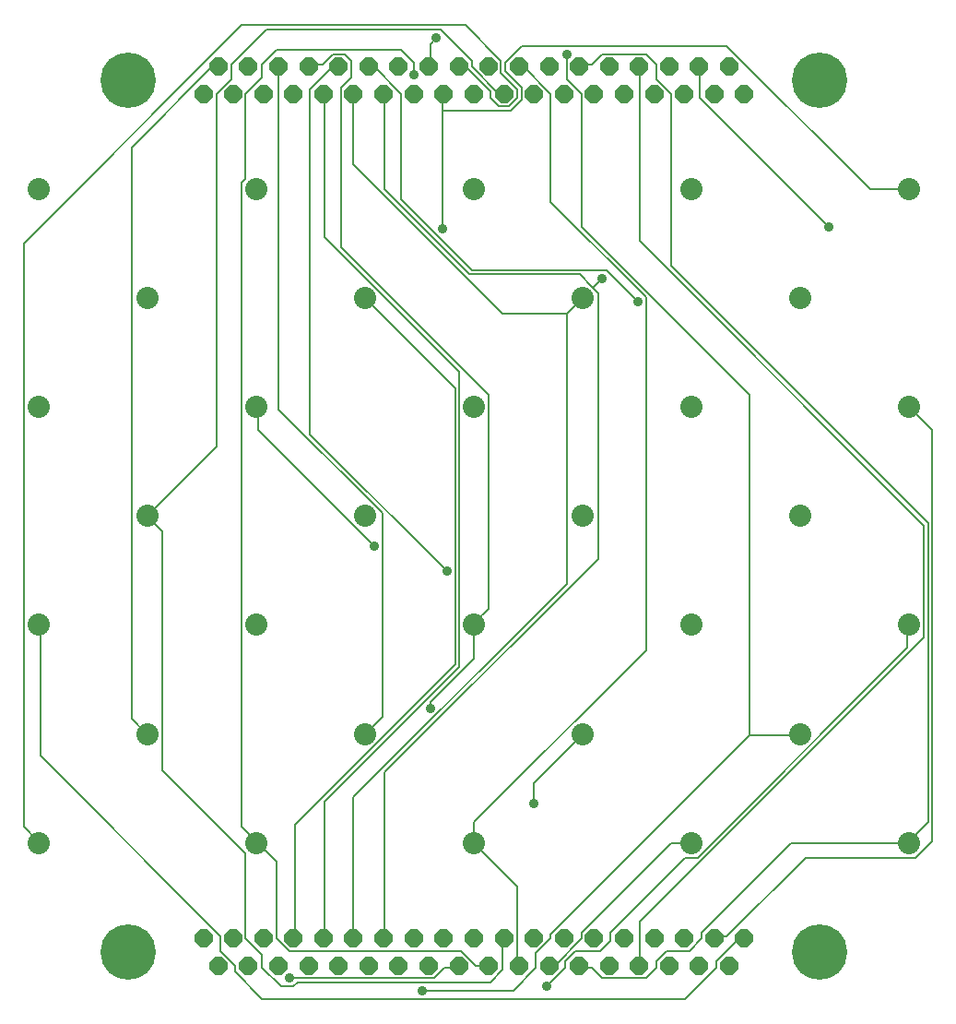
<source format=gbr>
G04 EAGLE Gerber RS-274X export*
G75*
%MOMM*%
%FSLAX34Y34*%
%LPD*%
%INBottom Copper*%
%IPPOS*%
%AMOC8*
5,1,8,0,0,1.08239X$1,22.5*%
G01*
%ADD10P,1.759533X8X22.500000*%
%ADD11C,5.080000*%
%ADD12C,2.032000*%
%ADD13C,0.177800*%
%ADD14C,0.889000*%


D10*
X248412Y-487300D03*
X220726Y-487300D03*
X193294Y-487300D03*
X165608Y-487300D03*
X137922Y-487300D03*
X110490Y-487300D03*
X82804Y-487300D03*
X55118Y-487300D03*
X27686Y-487300D03*
X0Y-487300D03*
X-27686Y-487300D03*
X-55118Y-487300D03*
X-82804Y-487300D03*
X234696Y-512700D03*
X207010Y-512700D03*
X179324Y-512700D03*
X151892Y-512700D03*
X124206Y-512700D03*
X96520Y-512700D03*
X69088Y-512700D03*
X41402Y-512700D03*
X13716Y-512700D03*
X-13716Y-512700D03*
X-41402Y-512700D03*
X-69088Y-512700D03*
X-110490Y-487300D03*
X-138176Y-487300D03*
X-165608Y-487300D03*
X-193294Y-487300D03*
X-96520Y-512700D03*
X-124206Y-512700D03*
X-151892Y-512700D03*
X-179578Y-512700D03*
X-220980Y-487300D03*
X-248412Y-487300D03*
X-207010Y-512700D03*
X-234696Y-512700D03*
D11*
X-317500Y-500000D03*
X317500Y-500000D03*
D10*
X-248412Y287300D03*
X-220726Y287300D03*
X-193294Y287300D03*
X-165608Y287300D03*
X-137922Y287300D03*
X-110490Y287300D03*
X-82804Y287300D03*
X-55118Y287300D03*
X-27686Y287300D03*
X0Y287300D03*
X27686Y287300D03*
X55118Y287300D03*
X82804Y287300D03*
X-234696Y312700D03*
X-207010Y312700D03*
X-179324Y312700D03*
X-151892Y312700D03*
X-124206Y312700D03*
X-96520Y312700D03*
X-69088Y312700D03*
X-41402Y312700D03*
X-13716Y312700D03*
X13716Y312700D03*
X41402Y312700D03*
X69088Y312700D03*
X110490Y287300D03*
X138176Y287300D03*
X165608Y287300D03*
X193294Y287300D03*
X96774Y312700D03*
X124206Y312700D03*
X151892Y312700D03*
X179578Y312700D03*
X220980Y287300D03*
X248412Y287300D03*
X207010Y312700D03*
X234696Y312700D03*
D11*
X-317500Y300000D03*
X317500Y300000D03*
D12*
X-400000Y200000D03*
X-300000Y100000D03*
X-200000Y200000D03*
X-100000Y100000D03*
X0Y200000D03*
X100000Y100000D03*
X200000Y200000D03*
X300000Y100000D03*
X400000Y200000D03*
X-400000Y0D03*
X-300000Y-100000D03*
X-200000Y0D03*
X-100000Y-100000D03*
X0Y0D03*
X100000Y-100000D03*
X200000Y0D03*
X300000Y-100000D03*
X400000Y0D03*
X-400000Y-200000D03*
X-300000Y-300000D03*
X-200000Y-200000D03*
X-100000Y-300000D03*
X0Y-200000D03*
X100000Y-300000D03*
X200000Y-200000D03*
X300000Y-300000D03*
X400000Y-200000D03*
X-400000Y-400000D03*
X-200000Y-400000D03*
X0Y-400000D03*
X200000Y-400000D03*
X400000Y-400000D03*
D13*
X-137160Y-361950D02*
X-137160Y-485775D01*
X-137160Y-361950D02*
X-13335Y-238125D01*
X-13335Y32385D01*
X-137160Y156210D01*
X-137160Y285750D01*
X-137160Y-485775D02*
X-138176Y-487300D01*
X-137160Y285750D02*
X-137922Y287300D01*
X-81915Y-335280D02*
X-81915Y-485775D01*
X-81915Y-335280D02*
X114300Y-139065D01*
X114300Y104775D01*
X108585Y110490D02*
X97155Y121920D01*
X108585Y110490D02*
X114300Y104775D01*
X97155Y121920D02*
X-3810Y121920D01*
X-81915Y200025D01*
X-81915Y285750D01*
X-81915Y-485775D02*
X-82804Y-487300D01*
X-81915Y285750D02*
X-82804Y287300D01*
X110490Y110490D02*
X118110Y118110D01*
X110490Y110490D02*
X108585Y110490D01*
D14*
X118110Y118110D03*
D13*
X-28575Y272415D02*
X-28575Y285750D01*
X-28575Y272415D02*
X-28575Y163830D01*
X-28575Y285750D02*
X-27686Y287300D01*
X363855Y200025D02*
X398145Y200025D01*
X363855Y200025D02*
X232410Y331470D01*
X43815Y331470D01*
X28575Y316230D01*
X28575Y308610D01*
X43815Y293370D01*
X43815Y281940D01*
X34290Y272415D01*
X-28575Y272415D01*
X398145Y200025D02*
X400000Y200000D01*
D14*
X-28575Y163830D03*
D13*
X26670Y-487680D02*
X26670Y-516255D01*
X15240Y-527685D01*
X-161925Y-527685D01*
X-165735Y-531495D01*
X-177165Y-531495D01*
X-194310Y-514350D01*
X-194310Y-502920D01*
X-209550Y-487680D01*
X-209550Y-409575D01*
X-285750Y-333375D01*
X-285750Y-114300D01*
X-299085Y-100965D01*
X26670Y-487680D02*
X27686Y-487300D01*
X-299085Y-100965D02*
X-300000Y-100000D01*
X22860Y287655D02*
X26670Y287655D01*
X22860Y287655D02*
X-1905Y312420D01*
X-1905Y318135D01*
X-30480Y346710D01*
X-190500Y346710D01*
X-222885Y314325D01*
X-222885Y300990D01*
X-236220Y287655D01*
X-236220Y-36195D01*
X-299085Y-99060D01*
X26670Y287655D02*
X27686Y287300D01*
X-299085Y-99060D02*
X-300000Y-100000D01*
X-398145Y-200025D02*
X-398145Y-320040D01*
X-232410Y-485775D01*
X-232410Y-499110D01*
X-219075Y-512445D01*
X-219075Y-518160D01*
X-194310Y-542925D01*
X194310Y-542925D01*
X222885Y-514350D01*
X222885Y-508635D01*
X243840Y-487680D01*
X247650Y-487680D01*
X-398145Y-200025D02*
X-400000Y-200000D01*
X247650Y-487680D02*
X248412Y-487300D01*
X-163830Y-485775D02*
X-163830Y-382905D01*
X-17145Y-236220D01*
X-17145Y17145D01*
X-100000Y100000D01*
X-163830Y-485775D02*
X-165608Y-487300D01*
X-110490Y-487300D02*
X-110490Y-358140D01*
X85725Y-161925D01*
X85725Y85725D01*
X100000Y100000D01*
X-110490Y222885D02*
X-110490Y287300D01*
X-110490Y222885D02*
X26670Y85725D01*
X85725Y85725D01*
X-91440Y-127635D02*
X-198120Y-20955D01*
X-198120Y0D01*
X-200000Y0D01*
D14*
X-91440Y-127635D03*
D13*
X220980Y-485775D02*
X232410Y-485775D01*
X304800Y-413385D01*
X405765Y-413385D01*
X421005Y-398145D01*
X421005Y-20955D01*
X400050Y0D01*
X220980Y-485775D02*
X220726Y-487300D01*
X400000Y0D02*
X400050Y0D01*
X-236220Y312420D02*
X-240030Y312420D01*
X-314325Y238125D01*
X-314325Y-285750D01*
X-300990Y-299085D01*
X-236220Y312420D02*
X-234696Y312700D01*
X-300990Y-299085D02*
X-300000Y-300000D01*
X-179070Y-1905D02*
X-179070Y312420D01*
X-179070Y-1905D02*
X-83820Y-97155D01*
X-83820Y-283845D01*
X-99060Y-299085D01*
X-179070Y312420D02*
X-179324Y312700D01*
X-99060Y-299085D02*
X-100000Y-300000D01*
X55245Y-344805D02*
X55245Y-363855D01*
X55245Y-344805D02*
X99060Y-300990D01*
X100000Y-300000D01*
X-125730Y312420D02*
X-129540Y312420D01*
X-150495Y291465D01*
X-150495Y-24765D01*
X-24765Y-150495D01*
X-124206Y312700D02*
X-125730Y312420D01*
D14*
X55245Y-363855D03*
X-24765Y-150495D03*
D13*
X-47625Y-535305D02*
X36195Y-535305D01*
X57150Y-514350D01*
X57150Y-501015D01*
X70485Y-487680D01*
X70485Y-483870D01*
X253365Y-300990D01*
X299085Y-300990D01*
X300000Y-300000D01*
X85725Y300990D02*
X85725Y323850D01*
X85725Y300990D02*
X99060Y287655D01*
X99060Y165735D01*
X253365Y11430D01*
X253365Y-300990D01*
D14*
X-47625Y-535305D03*
X85725Y323850D03*
D13*
X-15240Y-514350D02*
X-26670Y-514350D01*
X-36195Y-523875D01*
X-169545Y-523875D01*
X-15240Y-514350D02*
X-13716Y-512700D01*
X-13335Y312420D02*
X-7620Y312420D01*
X15240Y289560D01*
X15240Y283845D01*
X22860Y276225D01*
X32385Y276225D01*
X40005Y283845D01*
X40005Y291465D01*
X24765Y306705D01*
X24765Y318135D01*
X-7620Y350520D01*
X-213360Y350520D01*
X-413385Y150495D01*
X-413385Y-384810D01*
X-400050Y-398145D01*
X-13335Y312420D02*
X-13716Y312700D01*
X-400050Y-398145D02*
X-400000Y-400000D01*
D14*
X-169545Y-523875D03*
D13*
X40005Y-512445D02*
X40005Y-440055D01*
X0Y-400050D01*
X40005Y-512445D02*
X41402Y-512700D01*
X0Y-400050D02*
X0Y-400000D01*
X41910Y312420D02*
X45720Y312420D01*
X70485Y287655D01*
X70485Y188595D01*
X158115Y100965D01*
X158115Y-222885D01*
X0Y-381000D01*
X0Y-400000D01*
X41910Y312420D02*
X41402Y312700D01*
X97155Y-514350D02*
X108585Y-514350D01*
X118110Y-523875D01*
X158115Y-523875D01*
X167640Y-514350D01*
X167640Y-508635D01*
X177165Y-499110D01*
X198120Y-499110D01*
X209550Y-487680D01*
X209550Y-481965D01*
X291465Y-400050D01*
X398145Y-400050D01*
X97155Y-514350D02*
X96520Y-512700D01*
X398145Y-400050D02*
X400000Y-400000D01*
X108585Y314325D02*
X97155Y314325D01*
X108585Y314325D02*
X118110Y323850D01*
X158115Y323850D01*
X167640Y314325D01*
X167640Y300990D01*
X180975Y287655D01*
X180975Y129540D01*
X417195Y-106680D01*
X417195Y-381000D01*
X400050Y-398145D01*
X96774Y312700D02*
X97155Y314325D01*
X400050Y-398145D02*
X400000Y-400000D01*
X152400Y-472440D02*
X152400Y-512445D01*
X152400Y-472440D02*
X413385Y-211455D01*
X413385Y-108585D01*
X152400Y152400D01*
X152400Y312420D01*
X152400Y-512445D02*
X151892Y-512700D01*
X152400Y312420D02*
X151892Y312700D01*
X207645Y283845D02*
X325755Y165735D01*
X207645Y283845D02*
X207645Y312420D01*
X207010Y312700D01*
D14*
X325755Y165735D03*
D13*
X-40005Y-270510D02*
X-40005Y-276225D01*
X-40005Y-270510D02*
X0Y-230505D01*
X0Y-200000D01*
X-139065Y314325D02*
X-150495Y314325D01*
X-139065Y314325D02*
X-129540Y323850D01*
X-118110Y323850D01*
X-112395Y318135D01*
X-112395Y302895D01*
X-121920Y293370D01*
X-121920Y146685D01*
X13335Y11430D01*
X13335Y-184785D01*
X0Y-198120D01*
X-151892Y312700D02*
X-150495Y314325D01*
X0Y-198120D02*
X0Y-200000D01*
D14*
X-40005Y-276225D03*
D13*
X-91440Y312420D02*
X-95250Y312420D01*
X-91440Y312420D02*
X-66675Y287655D01*
X-66675Y190500D01*
X-1905Y125730D01*
X121920Y125730D01*
X150495Y97155D01*
X-95250Y312420D02*
X-96520Y312700D01*
D14*
X150495Y97155D03*
D13*
X83820Y-514350D02*
X66675Y-531495D01*
X83820Y-514350D02*
X83820Y-508635D01*
X93345Y-499110D01*
X116205Y-499110D01*
X125730Y-489585D01*
X125730Y-481965D01*
X194310Y-413385D01*
X205740Y-413385D01*
X398145Y-220980D01*
X398145Y-200025D01*
X400000Y-200000D01*
X-40005Y314325D02*
X-40005Y333375D01*
X-34290Y339090D01*
X-40005Y314325D02*
X-41402Y312700D01*
D14*
X66675Y-531495D03*
X-34290Y339090D03*
D13*
X1905Y-512445D02*
X13335Y-512445D01*
X1905Y-512445D02*
X-11430Y-499110D01*
X-169545Y-499110D01*
X-180975Y-487680D01*
X-180975Y-417195D01*
X-198120Y-400050D01*
X13335Y-512445D02*
X13716Y-512700D01*
X-198120Y-400050D02*
X-200000Y-400000D01*
X-55245Y304800D02*
X-55245Y316230D01*
X-66675Y327660D01*
X-180975Y327660D01*
X-194310Y314325D01*
X-194310Y302895D01*
X-209550Y287655D01*
X-209550Y209550D01*
X-213360Y205740D01*
X-213360Y-384810D01*
X-200025Y-398145D01*
X-200000Y-400000D01*
D14*
X-55245Y304800D03*
D13*
X70485Y-512445D02*
X74295Y-512445D01*
X99060Y-487680D01*
X99060Y-481965D01*
X180975Y-400050D01*
X198120Y-400050D01*
X70485Y-512445D02*
X69088Y-512700D01*
X198120Y-400050D02*
X200000Y-400000D01*
M02*

</source>
